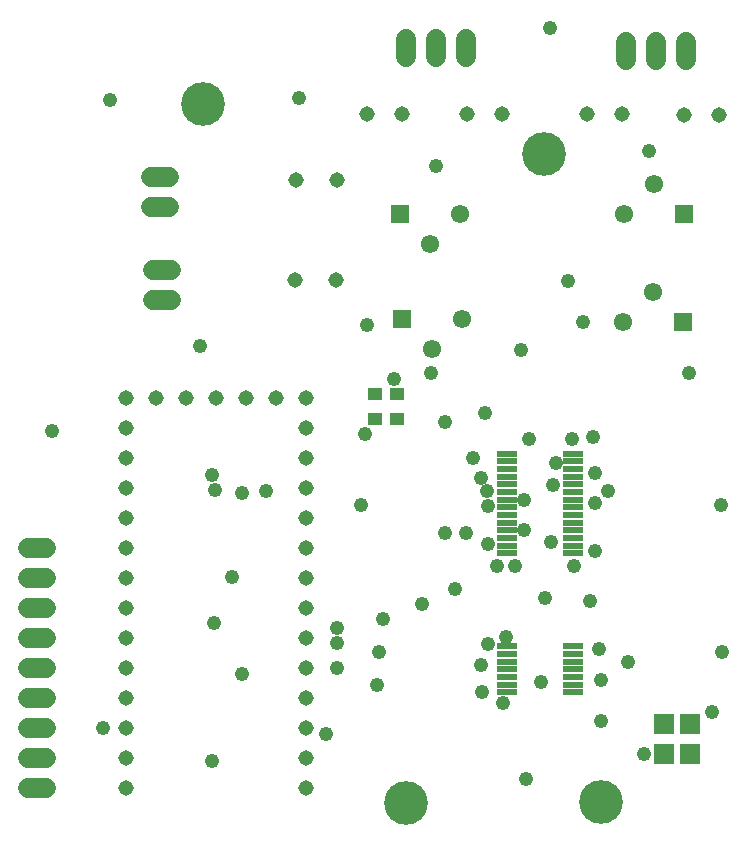
<source format=gbr>
G04 EAGLE Gerber RS-274X export*
G75*
%MOMM*%
%FSLAX34Y34*%
%LPD*%
%INSoldermask Bottom*%
%IPPOS*%
%AMOC8*
5,1,8,0,0,1.08239X$1,22.5*%
G01*
%ADD10C,3.703200*%
%ADD11R,1.803200X0.553200*%
%ADD12R,1.203200X1.103200*%
%ADD13C,1.311200*%
%ADD14R,1.703200X1.803200*%
%ADD15R,1.549400X1.549400*%
%ADD16C,1.549400*%
%ADD17C,1.727200*%
%ADD18C,1.209600*%


D10*
X365760Y35560D03*
X482600Y585470D03*
X530860Y36830D03*
X194310Y627380D03*
D11*
X507453Y331419D03*
X507453Y324919D03*
X507453Y318419D03*
X507453Y311919D03*
X507453Y305419D03*
X507453Y298919D03*
X507453Y292419D03*
X507453Y285919D03*
X507453Y279419D03*
X507453Y272919D03*
X507453Y266419D03*
X507453Y259919D03*
X507453Y253419D03*
X507453Y246919D03*
X451453Y331419D03*
X451453Y324919D03*
X451453Y318419D03*
X451453Y311919D03*
X451453Y305419D03*
X451453Y298919D03*
X451453Y292419D03*
X451453Y285919D03*
X451453Y279419D03*
X451453Y272919D03*
X451453Y266419D03*
X451453Y259919D03*
X451453Y253419D03*
X451453Y246919D03*
D12*
X358664Y381728D03*
X358664Y360728D03*
X339664Y381728D03*
X339664Y360728D03*
D13*
X271850Y478270D03*
X306850Y478270D03*
X273030Y563150D03*
X308030Y563150D03*
D11*
X507256Y148626D03*
X451256Y148626D03*
X507256Y155126D03*
X507256Y161626D03*
X507256Y168126D03*
X507256Y142126D03*
X507256Y135626D03*
X507256Y129126D03*
X451256Y155126D03*
X451256Y161626D03*
X451256Y168126D03*
X451256Y142126D03*
X451256Y135626D03*
X451256Y129126D03*
D14*
X584843Y77209D03*
X606843Y77209D03*
X584843Y102609D03*
X606843Y102609D03*
D13*
X281520Y47963D03*
X281520Y73363D03*
X281520Y98763D03*
X281520Y124163D03*
X281520Y149563D03*
X281520Y174963D03*
X281520Y200363D03*
X281520Y225763D03*
X281520Y251163D03*
X281520Y276563D03*
X281520Y301963D03*
X281520Y327363D03*
X281520Y352763D03*
X281520Y378163D03*
X256120Y378163D03*
X230720Y378163D03*
X205320Y378163D03*
X179920Y378163D03*
X154520Y378163D03*
X129120Y378163D03*
X129120Y352763D03*
X129120Y327363D03*
X129120Y301963D03*
X129120Y276563D03*
X129120Y251163D03*
X129120Y225763D03*
X129120Y200363D03*
X129120Y174963D03*
X129120Y149563D03*
X129120Y124163D03*
X129120Y98763D03*
X129120Y73363D03*
X129120Y47963D03*
D15*
X362749Y444995D03*
D16*
X388149Y419595D03*
X413549Y444995D03*
D15*
X361320Y534524D03*
D16*
X386720Y509124D03*
X412120Y534524D03*
D15*
X600303Y443041D03*
D16*
X574903Y468441D03*
X549503Y443041D03*
D15*
X601099Y534084D03*
D16*
X575699Y559484D03*
X550299Y534084D03*
D13*
X519025Y618790D03*
X549025Y618790D03*
X447368Y618780D03*
X417368Y618780D03*
D17*
X417200Y666870D02*
X417200Y682110D01*
X391800Y682110D02*
X391800Y666870D01*
X366400Y666870D02*
X366400Y682110D01*
X603080Y680250D02*
X603080Y665010D01*
X577680Y665010D02*
X577680Y680250D01*
X552280Y680250D02*
X552280Y665010D01*
X165580Y565620D02*
X150340Y565620D01*
X150340Y540220D02*
X165580Y540220D01*
X166850Y486880D02*
X151610Y486880D01*
X151610Y461480D02*
X166850Y461480D01*
X61328Y48035D02*
X46088Y48035D01*
X46088Y73435D02*
X61328Y73435D01*
X61328Y98835D02*
X46088Y98835D01*
X46088Y124235D02*
X61328Y124235D01*
X61328Y149635D02*
X46088Y149635D01*
X46088Y175035D02*
X61328Y175035D01*
X61328Y200435D02*
X46088Y200435D01*
X46088Y225835D02*
X61328Y225835D01*
X61328Y251235D02*
X46088Y251235D01*
D13*
X631558Y618028D03*
X601558Y618028D03*
X333143Y619034D03*
X363143Y619034D03*
D18*
X346710Y191770D03*
X203200Y187960D03*
X109220Y99060D03*
X407670Y217170D03*
X416560Y264160D03*
X398780Y264160D03*
X398780Y358140D03*
X342900Y163830D03*
X227330Y144780D03*
X218440Y227330D03*
X341630Y135890D03*
X327660Y288290D03*
X450850Y176530D03*
X567690Y77470D03*
X466090Y292100D03*
X434340Y299720D03*
X355600Y394970D03*
X458470Y236220D03*
X379730Y204470D03*
X66040Y350520D03*
X191770Y422910D03*
X115570Y631190D03*
X275590Y632460D03*
X487680Y692150D03*
X571500Y588010D03*
X502920Y477520D03*
X391160Y575310D03*
X201930Y71120D03*
X467360Y55880D03*
X483870Y209550D03*
X632460Y288290D03*
X429260Y311150D03*
X387350Y400050D03*
X605790Y400050D03*
X332740Y440690D03*
X422910Y327660D03*
X492760Y323850D03*
X490220Y304800D03*
X537210Y299720D03*
X525780Y289560D03*
X525780Y314960D03*
X466090Y266700D03*
X488950Y256540D03*
X435610Y255270D03*
X521970Y207010D03*
X443230Y236220D03*
X530860Y139700D03*
X435610Y287020D03*
X307340Y184150D03*
X429260Y152400D03*
X480060Y138430D03*
X307340Y171450D03*
X307340Y149860D03*
X529590Y166370D03*
X525780Y248920D03*
X508000Y236220D03*
X633730Y163830D03*
X553720Y154940D03*
X430530Y129540D03*
X448310Y120650D03*
X201930Y313690D03*
X298450Y93980D03*
X331470Y347980D03*
X624840Y113030D03*
X435610Y170180D03*
X433197Y366141D03*
X469900Y344170D03*
X515620Y443230D03*
X463550Y419100D03*
X524510Y345440D03*
X506730Y344170D03*
X227330Y298450D03*
X204470Y300990D03*
X247650Y299720D03*
X530860Y105410D03*
M02*

</source>
